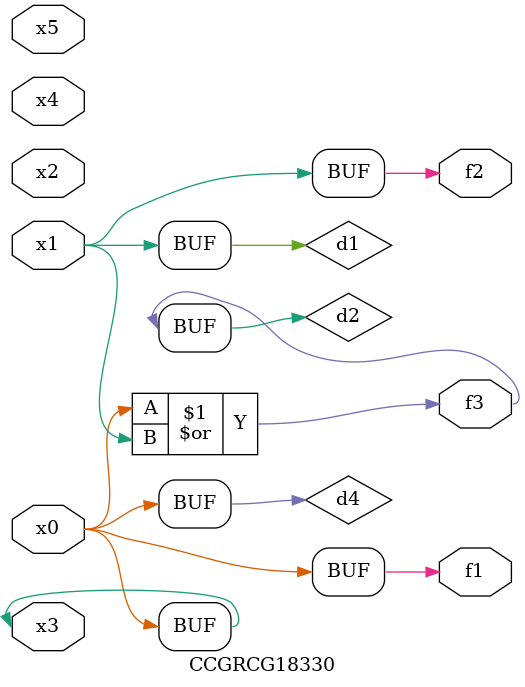
<source format=v>
module CCGRCG18330(
	input x0, x1, x2, x3, x4, x5,
	output f1, f2, f3
);

	wire d1, d2, d3, d4;

	and (d1, x1);
	or (d2, x0, x1);
	nand (d3, x0, x5);
	buf (d4, x0, x3);
	assign f1 = d4;
	assign f2 = d1;
	assign f3 = d2;
endmodule

</source>
